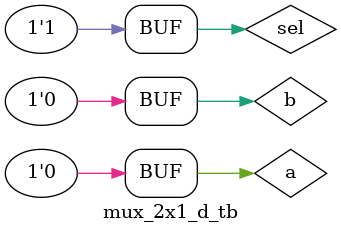
<source format=v>
module mux_2x1_a (a,b,sel,out);
input a,b,sel;
output out ;
wire not1, and1, and2;
 
not (not1, sel);
and (and1, a, not1);
and (and2, b, sel);
or (out, and1, and2);
endmodule
module mux_2x1_a_tb; // TESTBENCH
reg a,b,sel;
wire out;

mux_2x1_a jaj(a,b,sel,out);
initial begin
a = 0; b = 1; sel = 0;
#10 sel = 1;
#10 sel = 0;
end
endmodule
//-----------------------------------------------------------------------------------------------------------------------------------
// Designing 2x1 MuX using Ternary Operator (DataFlow Modelling)
module mux_2x1_b (a,b,sel,out1);
input a,b,sel;
output out1;

assign out1 = sel ? b : a;
endmodule
module mux_2x1_b_tb; // TESTBENCH
reg a,b,sel;
wire out1;

mux_2x1_b asa(a,b,sel,out1);
initial begin
 a = 1; b = 0; sel = 0;
 #10 sel = 1;
 #10 sel = 0;
end
endmodule
//---------------------------------------------------------------------------------------------------------------------------------
// Designing 2x1 MuX using ifElse Statement (Behavioural Modelling)
module mux_2x1_c (a,b,sel,out2);
input a,b,sel;
output reg out2;

always @(*)begin
    if (sel == 0)
    out2 = a;
    else 
    out2 = b;
end
endmodule
module mux_2x1_c_tb ; // TESTBENCH
reg a,b,sel;
wire out2;

mux_2x1_c awd(a,b,sel,out2);
initial begin
 a = 1; b = 0; sel = 0;
 #10 sel = 1;
 #10 sel = 0;
end
endmodule
//------------------------------------------------------------------------------------------------------------------------------
// Designing 2x1 MuX using Case Statement (Behavioural Modelling)
module mux_2x1_d (a,b,sel,out3);
input a,b,sel;
output reg out3;

always@(*) begin
    case (sel)
     1'b0: out3 = a;
     1'b1: out3 = b;
     default: out3 = 1'bx;
    endcase
end
endmodule
module mux_2x1_d_tb; // TESTBENCH
reg a,b,sel;
wire out3;

mux_2x1_d ac22d(a,b,sel,out3);
initial begin
    $monitor("Time=%0t : a=%b b=%b sel=%b out2=%b", $time, a, b, sel, out3);
    a = 0; b =1; sel = 0;
    #10 a = 1; b = 0; sel = 0;
    #10 a = 1; b = 1; sel = 1;
    #10 a = 0; b = 0; sel = 1;
end
endmodule

//---------------------------------------------------------------------------------------------------------------------------------
</source>
